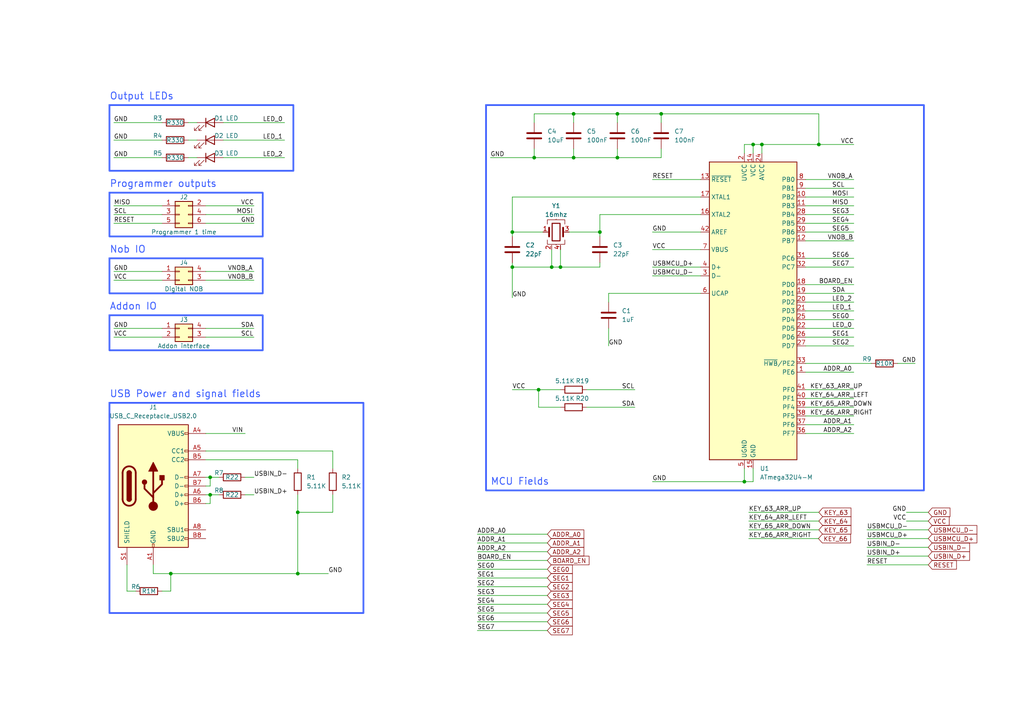
<source format=kicad_sch>
(kicad_sch (version 20230121) (generator eeschema)
  (paper "A4")
  (lib_symbols
    (symbol "Connector:USB_C_Receptacle_USB2.0" (pin_names (offset 1.016))
      (property "Reference" "J" (at -10.16 19.05 0))
      (property "Value" "USB_C_Receptacle_USB2.0" (at 19.05 19.05 0))
      (symbol "USB_C_Receptacle_USB2.0_0_0"
        (rectangle (start -0.254 -17.78) (end 0.254 -16.764))
        (rectangle (start 10.16 -14.986) (end 9.144 -15.494))
        (rectangle (start 10.16 -12.446) (end 9.144 -12.954))
        (rectangle (start 10.16 -4.826) (end 9.144 -5.334))
        (rectangle (start 10.16 -2.286) (end 9.144 -2.794))
        (rectangle (start 10.16 0.254) (end 9.144 -0.254))
        (rectangle (start 10.16 2.794) (end 9.144 2.286))
        (rectangle (start 10.16 7.874) (end 9.144 7.366))
        (rectangle (start 10.16 10.414) (end 9.144 9.906))
        (rectangle (start 10.16 15.494) (end 9.144 14.986))
      )
      (symbol "USB_C_Receptacle_USB2.0_0_1"
        (rectangle (start -10.16 17.78) (end 10.16 -17.78) (stroke (width 0.254)) (fill (type background)))
        (arc (start -8.89 -3.81) (mid -6.985 -5.7067) (end -5.08 -3.81) (stroke (width 0.508)))
        (arc (start -7.62 -3.81) (mid -6.985 -4.4423) (end -6.35 -3.81) (stroke (width 0.254)))
        (arc (start -7.62 -3.81) (mid -6.985 -4.4423) (end -6.35 -3.81) (stroke (width 0.254)) (fill (type outline)))
        (rectangle (start -7.62 -3.81) (end -6.35 3.81) (stroke (width 0.254)) (fill (type outline)))
        (arc (start -6.35 3.81) (mid -6.985 4.4423) (end -7.62 3.81) (stroke (width 0.254)))
        (arc (start -6.35 3.81) (mid -6.985 4.4423) (end -7.62 3.81) (stroke (width 0.254)) (fill (type outline)))
        (arc (start -5.08 3.81) (mid -6.985 5.7067) (end -8.89 3.81) (stroke (width 0.508)))
        (circle (center -2.54 1.143) (radius 0.635) (stroke (width 0.254)) (fill (type outline)))
        (circle (center 0 -5.842) (radius 1.27) (fill (type outline)))
        (polyline (pts (xy -8.89 -3.81) (xy -8.89 3.81)) (stroke (width 0.508)))
        (polyline (pts (xy -5.08 3.81) (xy -5.08 -3.81)) (stroke (width 0.508)))
        (polyline (pts (xy 0 -5.842) (xy 0 4.318)) (stroke (width 0.508)))
        (polyline (pts (xy 0 -3.302) (xy -2.54 -0.762) (xy -2.54 0.508)) (stroke (width 0.508)))
        (polyline (pts (xy 0 -2.032) (xy 2.54 0.508) (xy 2.54 1.778)) (stroke (width 0.508)))
        (polyline (pts (xy -1.27 4.318) (xy 0 6.858) (xy 1.27 4.318) (xy -1.27 4.318)) (stroke (width 0.254)) (fill (type outline)))
        (rectangle (start 1.905 1.778) (end 3.175 3.048) (stroke (width 0.254)) (fill (type outline)))
      )
      (symbol "USB_C_Receptacle_USB2.0_1_1"
        (pin passive line (at 0 -22.86 90) (length 5.08) (name "GND") (number "A1"))
        (pin passive line (at 0 -22.86 90) (length 5.08) hide (name "GND") (number "A12"))
        (pin passive line (at 15.24 15.24 180) (length 5.08) (name "VBUS") (number "A4"))
        (pin bidirectional line (at 15.24 10.16 180) (length 5.08) (name "CC1") (number "A5"))
        (pin bidirectional line (at 15.24 -2.54 180) (length 5.08) (name "D+") (number "A6"))
        (pin bidirectional line (at 15.24 2.54 180) (length 5.08) (name "D-") (number "A7"))
        (pin bidirectional line (at 15.24 -12.7 180) (length 5.08) (name "SBU1") (number "A8"))
        (pin passive line (at 15.24 15.24 180) (length 5.08) hide (name "VBUS") (number "A9"))
        (pin passive line (at 0 -22.86 90) (length 5.08) hide (name "GND") (number "B1"))
        (pin passive line (at 0 -22.86 90) (length 5.08) hide (name "GND") (number "B12"))
        (pin passive line (at 15.24 15.24 180) (length 5.08) hide (name "VBUS") (number "B4"))
        (pin bidirectional line (at 15.24 7.62 180) (length 5.08) (name "CC2") (number "B5"))
        (pin bidirectional line (at 15.24 -5.08 180) (length 5.08) (name "D+") (number "B6"))
        (pin bidirectional line (at 15.24 0 180) (length 5.08) (name "D-") (number "B7"))
        (pin bidirectional line (at 15.24 -15.24 180) (length 5.08) (name "SBU2") (number "B8"))
        (pin passive line (at 15.24 15.24 180) (length 5.08) hide (name "VBUS") (number "B9"))
        (pin passive line (at -7.62 -22.86 90) (length 5.08) (name "SHIELD") (number "S1"))
      )
    )
    (symbol "Connector_Generic:Conn_02x02_Counter_Clockwise" (pin_names (offset 1.016) hide)
      (property "Reference" "J" (at 1.27 2.54 0))
      (property "Value" "Conn_02x02_Counter_Clockwise" (at 1.27 -5.08 0))
      (symbol "Conn_02x02_Counter_Clockwise_1_1"
        (rectangle (start -1.27 -2.413) (end 0 -2.667) (stroke (width 0.1524)))
        (rectangle (start -1.27 0.127) (end 0 -0.127) (stroke (width 0.1524)))
        (rectangle (start -1.27 1.27) (end 3.81 -3.81) (stroke (width 0.254)) (fill (type background)))
        (rectangle (start 3.81 -2.413) (end 2.54 -2.667) (stroke (width 0.1524)))
        (rectangle (start 3.81 0.127) (end 2.54 -0.127) (stroke (width 0.1524)))
        (pin passive line (at -5.08 0 0) (length 3.81) (name "Pin_1") (number "1"))
        (pin passive line (at -5.08 -2.54 0) (length 3.81) (name "Pin_2") (number "2"))
        (pin passive line (at 7.62 -2.54 180) (length 3.81) (name "Pin_3") (number "3"))
        (pin passive line (at 7.62 0 180) (length 3.81) (name "Pin_4") (number "4"))
      )
    )
    (symbol "Connector_Generic:Conn_02x03_Odd_Even" (pin_names (offset 1.016) hide)
      (property "Reference" "J" (at 1.27 5.08 0))
      (property "Value" "Conn_02x03_Odd_Even" (at 1.27 -5.08 0))
      (symbol "Conn_02x03_Odd_Even_1_1"
        (rectangle (start -1.27 -2.413) (end 0 -2.667) (stroke (width 0.1524)))
        (rectangle (start -1.27 0.127) (end 0 -0.127) (stroke (width 0.1524)))
        (rectangle (start -1.27 2.667) (end 0 2.413) (stroke (width 0.1524)))
        (rectangle (start -1.27 3.81) (end 3.81 -3.81) (stroke (width 0.254)) (fill (type background)))
        (rectangle (start 3.81 -2.413) (end 2.54 -2.667) (stroke (width 0.1524)))
        (rectangle (start 3.81 0.127) (end 2.54 -0.127) (stroke (width 0.1524)))
        (rectangle (start 3.81 2.667) (end 2.54 2.413) (stroke (width 0.1524)))
        (pin passive line (at -5.08 2.54 0) (length 3.81) (name "Pin_1") (number "1"))
        (pin passive line (at 7.62 2.54 180) (length 3.81) (name "Pin_2") (number "2"))
        (pin passive line (at -5.08 0 0) (length 3.81) (name "Pin_3") (number "3"))
        (pin passive line (at 7.62 0 180) (length 3.81) (name "Pin_4") (number "4"))
        (pin passive line (at -5.08 -2.54 0) (length 3.81) (name "Pin_5") (number "5"))
        (pin passive line (at 7.62 -2.54 180) (length 3.81) (name "Pin_6") (number "6"))
      )
    )
    (symbol "Device:C" (pin_numbers hide) (pin_names (offset 0.254))
      (property "Reference" "C" (at 0.635 2.54 0))
      (property "Value" "C" (at 0.635 -2.54 0))
      (symbol "C_0_1"
        (polyline (pts (xy -2.032 -0.762) (xy 2.032 -0.762)) (stroke (width 0.508)))
        (polyline (pts (xy -2.032 0.762) (xy 2.032 0.762)) (stroke (width 0.508)))
      )
      (symbol "C_1_1"
        (pin passive line (at 0 3.81 270) (length 2.794) (name "~") (number "1"))
        (pin passive line (at 0 -3.81 90) (length 2.794) (name "~") (number "2"))
      )
    )
    (symbol "Device:Crystal_GND24" (pin_names (offset 1.016) hide)
      (property "Reference" "Y1" (at 11.43 4.1909 0))
      (property "Value" "Crystal_GND24" (at 11.43 1.6509 0))
      (symbol "Crystal_GND24_0_1"
        (rectangle (start -1.143 2.54) (end 1.143 -2.54) (stroke (width 0.3048)))
        (polyline (pts (xy -2.54 0) (xy -2.032 0)))
        (polyline (pts (xy -2.032 -1.27) (xy -2.032 1.27)) (stroke (width 0.508)))
        (polyline (pts (xy 0 -3.81) (xy 0 -3.556)))
        (polyline (pts (xy 0 3.556) (xy 0 3.81)))
        (polyline (pts (xy 2.032 -1.27) (xy 2.032 1.27)) (stroke (width 0.508)))
        (polyline (pts (xy 2.032 0) (xy 2.54 0)))
        (polyline (pts (xy -2.54 -2.286) (xy -2.54 -3.556) (xy 2.54 -3.556) (xy 2.54 -2.286)))
        (polyline (pts (xy -2.54 2.286) (xy -2.54 3.556) (xy 2.54 3.556) (xy 2.54 2.286)))
      )
      (symbol "Crystal_GND24_1_1"
        (pin passive line (at -3.81 0 0) (length 1.27) (name "1") (number "1"))
        (pin passive line (at -1.27 -5.08 90) (length 1.27) (name "2") (number "2"))
        (pin passive line (at 3.81 0 180) (length 1.27) (name "3") (number "3"))
        (pin passive line (at 1.27 -5.08 90) (length 1.27) (name "4") (number "4"))
      )
    )
    (symbol "Device:LED" (pin_numbers hide) (pin_names (offset 1.016) hide)
      (property "Reference" "D" (at 0 2.54 0))
      (property "Value" "LED" (at 0 -2.54 0))
      (symbol "LED_0_1"
        (polyline (pts (xy -1.27 -1.27) (xy -1.27 1.27)) (stroke (width 0.254)))
        (polyline (pts (xy -1.27 0) (xy 1.27 0)))
        (polyline (pts (xy 1.27 -1.27) (xy 1.27 1.27) (xy -1.27 0) (xy 1.27 -1.27)) (stroke (width 0.254)))
        (polyline (pts (xy -3.048 -0.762) (xy -4.572 -2.286) (xy -3.81 -2.286) (xy -4.572 -2.286) (xy -4.572 -1.524)))
        (polyline (pts (xy -1.778 -0.762) (xy -3.302 -2.286) (xy -2.54 -2.286) (xy -3.302 -2.286) (xy -3.302 -1.524)))
      )
      (symbol "LED_1_1"
        (pin passive line (at -3.81 0 0) (length 2.54) (name "K") (number "1"))
        (pin passive line (at 3.81 0 180) (length 2.54) (name "A") (number "2"))
      )
    )
    (symbol "Device:R" (pin_numbers hide) (pin_names (offset 0))
      (property "Reference" "R" (at 2.032 0 90))
      (property "Value" "R" (at 0 0 90))
      (symbol "R_0_1"
        (rectangle (start -1.016 -2.54) (end 1.016 2.54) (stroke (width 0.254)))
      )
      (symbol "R_1_1"
        (pin passive line (at 0 3.81 270) (length 1.27) (name "~") (number "1"))
        (pin passive line (at 0 -3.81 90) (length 1.27) (name "~") (number "2"))
      )
    )
    (symbol "MCU_Microchip_ATmega:ATmega32U4-M"
      (property "Reference" "U" (at -12.7 44.45 0))
      (property "Value" "ATmega32U4-M" (at 2.54 -44.45 0))
      (symbol "ATmega32U4-M_0_1"
        (rectangle (start -12.7 -43.18) (end 12.7 43.18) (stroke (width 0.254)) (fill (type background)))
      )
      (symbol "ATmega32U4-M_1_1"
        (pin bidirectional line (at 15.24 -17.78 180) (length 2.54) (name "PE6") (number "1"))
        (pin bidirectional line (at 15.24 33.02 180) (length 2.54) (name "PB2") (number "10"))
        (pin bidirectional line (at 15.24 30.48 180) (length 2.54) (name "PB3") (number "11"))
        (pin bidirectional line (at 15.24 20.32 180) (length 2.54) (name "PB7") (number "12"))
        (pin input line (at -15.24 38.1 0) (length 2.54) (name "~{RESET}") (number "13"))
        (pin power_in line (at 0 45.72 270) (length 2.54) (name "VCC") (number "14"))
        (pin power_in line (at 0 -45.72 90) (length 2.54) (name "GND") (number "15"))
        (pin output line (at -15.24 27.94 0) (length 2.54) (name "XTAL2") (number "16"))
        (pin input line (at -15.24 33.02 0) (length 2.54) (name "XTAL1") (number "17"))
        (pin bidirectional line (at 15.24 7.62 180) (length 2.54) (name "PD0") (number "18"))
        (pin bidirectional line (at 15.24 5.08 180) (length 2.54) (name "PD1") (number "19"))
        (pin power_in line (at -2.54 45.72 270) (length 2.54) (name "UVCC") (number "2"))
        (pin bidirectional line (at 15.24 2.54 180) (length 2.54) (name "PD2") (number "20"))
        (pin bidirectional line (at 15.24 0 180) (length 2.54) (name "PD3") (number "21"))
        (pin bidirectional line (at 15.24 -5.08 180) (length 2.54) (name "PD5") (number "22"))
        (pin passive line (at 0 -45.72 90) (length 2.54) hide (name "GND") (number "23"))
        (pin power_in line (at 2.54 45.72 270) (length 2.54) (name "AVCC") (number "24"))
        (pin bidirectional line (at 15.24 -2.54 180) (length 2.54) (name "PD4") (number "25"))
        (pin bidirectional line (at 15.24 -7.62 180) (length 2.54) (name "PD6") (number "26"))
        (pin bidirectional line (at 15.24 -10.16 180) (length 2.54) (name "PD7") (number "27"))
        (pin bidirectional line (at 15.24 27.94 180) (length 2.54) (name "PB4") (number "28"))
        (pin bidirectional line (at 15.24 25.4 180) (length 2.54) (name "PB5") (number "29"))
        (pin bidirectional line (at -15.24 10.16 0) (length 2.54) (name "D-") (number "3"))
        (pin bidirectional line (at 15.24 22.86 180) (length 2.54) (name "PB6") (number "30"))
        (pin bidirectional line (at 15.24 15.24 180) (length 2.54) (name "PC6") (number "31"))
        (pin bidirectional line (at 15.24 12.7 180) (length 2.54) (name "PC7") (number "32"))
        (pin bidirectional line (at 15.24 -15.24 180) (length 2.54) (name "~{HWB}/PE2") (number "33"))
        (pin passive line (at 0 45.72 270) (length 2.54) hide (name "VCC") (number "34"))
        (pin passive line (at 0 -45.72 90) (length 2.54) hide (name "GND") (number "35"))
        (pin bidirectional line (at 15.24 -35.56 180) (length 2.54) (name "PF7") (number "36"))
        (pin bidirectional line (at 15.24 -33.02 180) (length 2.54) (name "PF6") (number "37"))
        (pin bidirectional line (at 15.24 -30.48 180) (length 2.54) (name "PF5") (number "38"))
        (pin bidirectional line (at 15.24 -27.94 180) (length 2.54) (name "PF4") (number "39"))
        (pin bidirectional line (at -15.24 12.7 0) (length 2.54) (name "D+") (number "4"))
        (pin bidirectional line (at 15.24 -25.4 180) (length 2.54) (name "PF1") (number "40"))
        (pin bidirectional line (at 15.24 -22.86 180) (length 2.54) (name "PF0") (number "41"))
        (pin passive line (at -15.24 22.86 0) (length 2.54) (name "AREF") (number "42"))
        (pin passive line (at 0 -45.72 90) (length 2.54) hide (name "GND") (number "43"))
        (pin passive line (at 2.54 45.72 270) (length 2.54) hide (name "AVCC") (number "44"))
        (pin passive line (at 0 -45.72 90) (length 2.54) hide (name "GND") (number "45"))
        (pin passive line (at -2.54 -45.72 90) (length 2.54) (name "UGND") (number "5"))
        (pin passive line (at -15.24 5.08 0) (length 2.54) (name "UCAP") (number "6"))
        (pin input line (at -15.24 17.78 0) (length 2.54) (name "VBUS") (number "7"))
        (pin bidirectional line (at 15.24 38.1 180) (length 2.54) (name "PB0") (number "8"))
        (pin bidirectional line (at 15.24 35.56 180) (length 2.54) (name "PB1") (number "9"))
      )
    )
  )
  (junction (at 166.37 33.02))
  (junction (at 179.07 33.02))
  (junction (at 148.59 67.31))
  (junction (at 86.36 166.37))
  (junction (at 60.96 143.51))
  (junction (at 156.21 113.03))
  (junction (at 162.56 77.47))
  (junction (at 179.07 45.72))
  (junction (at 86.36 148.59))
  (junction (at 60.96 138.43))
  (junction (at 215.9 139.7))
  (junction (at 154.94 45.72))
  (junction (at 220.98 41.91))
  (junction (at 148.59 77.47))
  (junction (at 218.44 41.91))
  (junction (at 49.53 166.37))
  (junction (at 166.37 45.72))
  (junction (at 173.99 67.31))
  (junction (at 191.77 33.02))
  (junction (at 160.02 77.47))
  (junction (at 237.49 41.91))
  (wire (pts (xy 179.07 43.18) (xy 179.07 45.72)))
  (wire (pts (xy 46.99 171.45) (xy 49.53 171.45)))
  (wire (pts (xy 233.68 85.09) (xy 247.65 85.09)))
  (wire (pts (xy 233.68 95.25) (xy 247.65 95.25)))
  (wire (pts (xy 86.36 148.59) (xy 86.36 166.37)))
  (wire (pts (xy 237.49 33.02) (xy 237.49 41.91)))
  (wire (pts (xy 148.59 77.47) (xy 148.59 76.2)))
  (wire (pts (xy 260.35 105.41) (xy 265.43 105.41)))
  (wire (pts (xy 189.23 72.39) (xy 203.2 72.39)))
  (wire (pts (xy 33.02 97.79) (xy 46.99 97.79)))
  (wire (pts (xy 138.43 170.18) (xy 158.75 170.18)))
  (wire (pts (xy 166.37 33.02) (xy 179.07 33.02)))
  (wire (pts (xy 179.07 35.56) (xy 179.07 33.02)))
  (wire (pts (xy 191.77 43.18) (xy 191.77 45.72)))
  (wire (pts (xy 233.68 59.69) (xy 247.65 59.69)))
  (wire (pts (xy 215.9 41.91) (xy 218.44 41.91)))
  (wire (pts (xy 215.9 44.45) (xy 215.9 41.91)))
  (wire (pts (xy 233.68 52.07) (xy 247.65 52.07)))
  (wire (pts (xy 189.23 67.31) (xy 203.2 67.31)))
  (wire (pts (xy 54.61 35.56) (xy 57.15 35.56)))
  (wire (pts (xy 269.24 153.67) (xy 251.46 153.67)))
  (wire (pts (xy 138.43 177.8) (xy 158.75 177.8)))
  (wire (pts (xy 218.44 135.89) (xy 218.44 139.7)))
  (wire (pts (xy 33.02 59.69) (xy 46.99 59.69)))
  (wire (pts (xy 96.52 130.81) (xy 96.52 135.89)))
  (wire (pts (xy 138.43 162.56) (xy 158.75 162.56)))
  (wire (pts (xy 233.68 67.31) (xy 247.65 67.31)))
  (wire (pts (xy 233.68 57.15) (xy 247.65 57.15)))
  (wire (pts (xy 154.94 45.72) (xy 166.37 45.72)))
  (wire (pts (xy 148.59 77.47) (xy 148.59 86.36)))
  (wire (pts (xy 176.53 95.25) (xy 176.53 100.33)))
  (wire (pts (xy 233.68 87.63) (xy 247.65 87.63)))
  (wire (pts (xy 191.77 35.56) (xy 191.77 33.02)))
  (wire (pts (xy 156.21 113.03) (xy 162.56 113.03)))
  (wire (pts (xy 233.68 118.11) (xy 247.65 118.11)))
  (wire (pts (xy 220.98 41.91) (xy 237.49 41.91)))
  (wire (pts (xy 269.24 151.13) (xy 262.89 151.13)))
  (wire (pts (xy 179.07 45.72) (xy 191.77 45.72)))
  (wire (pts (xy 233.68 92.71) (xy 247.65 92.71)))
  (wire (pts (xy 233.68 107.95) (xy 247.65 107.95)))
  (wire (pts (xy 54.61 45.72) (xy 57.15 45.72)))
  (wire (pts (xy 218.44 139.7) (xy 215.9 139.7)))
  (wire (pts (xy 59.69 140.97) (xy 60.96 140.97)))
  (wire (pts (xy 44.45 166.37) (xy 49.53 166.37)))
  (wire (pts (xy 60.96 143.51) (xy 63.5 143.51)))
  (wire (pts (xy 59.69 138.43) (xy 60.96 138.43)))
  (wire (pts (xy 233.68 69.85) (xy 247.65 69.85)))
  (wire (pts (xy 166.37 35.56) (xy 166.37 33.02)))
  (wire (pts (xy 233.68 97.79) (xy 247.65 97.79)))
  (wire (pts (xy 217.17 153.67) (xy 237.49 153.67)))
  (wire (pts (xy 59.69 143.51) (xy 60.96 143.51)))
  (wire (pts (xy 142.24 45.72) (xy 154.94 45.72)))
  (wire (pts (xy 59.69 130.81) (xy 96.52 130.81)))
  (wire (pts (xy 173.99 77.47) (xy 173.99 76.2)))
  (wire (pts (xy 179.07 33.02) (xy 191.77 33.02)))
  (wire (pts (xy 59.69 81.28) (xy 73.66 81.28)))
  (wire (pts (xy 148.59 67.31) (xy 157.48 67.31)))
  (wire (pts (xy 154.94 35.56) (xy 154.94 33.02)))
  (wire (pts (xy 233.68 105.41) (xy 252.73 105.41)))
  (wire (pts (xy 189.23 52.07) (xy 203.2 52.07)))
  (wire (pts (xy 86.36 166.37) (xy 95.25 166.37)))
  (wire (pts (xy 33.02 95.25) (xy 46.99 95.25)))
  (wire (pts (xy 173.99 62.23) (xy 203.2 62.23)))
  (wire (pts (xy 71.12 143.51) (xy 73.66 143.51)))
  (wire (pts (xy 269.24 161.29) (xy 251.46 161.29)))
  (wire (pts (xy 44.45 163.83) (xy 44.45 166.37)))
  (wire (pts (xy 138.43 175.26) (xy 158.75 175.26)))
  (wire (pts (xy 251.46 163.83) (xy 269.24 163.83)))
  (wire (pts (xy 33.02 35.56) (xy 46.99 35.56)))
  (wire (pts (xy 156.21 118.11) (xy 156.21 113.03)))
  (wire (pts (xy 170.18 113.03) (xy 184.15 113.03)))
  (wire (pts (xy 64.77 40.64) (xy 82.55 40.64)))
  (wire (pts (xy 166.37 45.72) (xy 179.07 45.72)))
  (wire (pts (xy 33.02 81.28) (xy 46.99 81.28)))
  (wire (pts (xy 233.68 74.93) (xy 247.65 74.93)))
  (wire (pts (xy 217.17 148.59) (xy 237.49 148.59)))
  (wire (pts (xy 170.18 118.11) (xy 184.15 118.11)))
  (wire (pts (xy 60.96 138.43) (xy 63.5 138.43)))
  (wire (pts (xy 138.43 160.02) (xy 158.75 160.02)))
  (wire (pts (xy 233.68 82.55) (xy 247.65 82.55)))
  (wire (pts (xy 233.68 113.03) (xy 247.65 113.03)))
  (wire (pts (xy 233.68 125.73) (xy 247.65 125.73)))
  (wire (pts (xy 233.68 62.23) (xy 247.65 62.23)))
  (wire (pts (xy 176.53 85.09) (xy 203.2 85.09)))
  (wire (pts (xy 138.43 182.88) (xy 158.75 182.88)))
  (wire (pts (xy 166.37 43.18) (xy 166.37 45.72)))
  (wire (pts (xy 59.69 64.77) (xy 73.66 64.77)))
  (wire (pts (xy 233.68 90.17) (xy 247.65 90.17)))
  (wire (pts (xy 189.23 80.01) (xy 203.2 80.01)))
  (wire (pts (xy 233.68 64.77) (xy 247.65 64.77)))
  (wire (pts (xy 64.77 45.72) (xy 82.55 45.72)))
  (wire (pts (xy 269.24 148.59) (xy 262.89 148.59)))
  (wire (pts (xy 59.69 146.05) (xy 60.96 146.05)))
  (wire (pts (xy 162.56 118.11) (xy 156.21 118.11)))
  (wire (pts (xy 251.46 158.75) (xy 269.24 158.75)))
  (wire (pts (xy 33.02 45.72) (xy 46.99 45.72)))
  (wire (pts (xy 59.69 59.69) (xy 73.66 59.69)))
  (wire (pts (xy 148.59 68.58) (xy 148.59 67.31)))
  (wire (pts (xy 33.02 64.77) (xy 46.99 64.77)))
  (wire (pts (xy 148.59 113.03) (xy 156.21 113.03)))
  (wire (pts (xy 233.68 100.33) (xy 247.65 100.33)))
  (wire (pts (xy 60.96 146.05) (xy 60.96 143.51)))
  (wire (pts (xy 218.44 41.91) (xy 220.98 41.91)))
  (wire (pts (xy 173.99 68.58) (xy 173.99 67.31)))
  (wire (pts (xy 59.69 133.35) (xy 86.36 133.35)))
  (wire (pts (xy 269.24 156.21) (xy 251.46 156.21)))
  (wire (pts (xy 138.43 157.48) (xy 158.75 157.48)))
  (wire (pts (xy 86.36 133.35) (xy 86.36 135.89)))
  (wire (pts (xy 173.99 67.31) (xy 173.99 62.23)))
  (wire (pts (xy 71.12 138.43) (xy 73.66 138.43)))
  (wire (pts (xy 54.61 40.64) (xy 57.15 40.64)))
  (wire (pts (xy 233.68 77.47) (xy 247.65 77.47)))
  (wire (pts (xy 215.9 135.89) (xy 215.9 139.7)))
  (wire (pts (xy 96.52 148.59) (xy 86.36 148.59)))
  (wire (pts (xy 162.56 77.47) (xy 173.99 77.47)))
  (wire (pts (xy 154.94 43.18) (xy 154.94 45.72)))
  (wire (pts (xy 60.96 140.97) (xy 60.96 138.43)))
  (wire (pts (xy 220.98 44.45) (xy 220.98 41.91)))
  (wire (pts (xy 176.53 87.63) (xy 176.53 85.09)))
  (wire (pts (xy 189.23 139.7) (xy 215.9 139.7)))
  (wire (pts (xy 191.77 33.02) (xy 237.49 33.02)))
  (wire (pts (xy 59.69 78.74) (xy 73.66 78.74)))
  (wire (pts (xy 96.52 143.51) (xy 96.52 148.59)))
  (wire (pts (xy 218.44 44.45) (xy 218.44 41.91)))
  (wire (pts (xy 233.68 115.57) (xy 247.65 115.57)))
  (wire (pts (xy 138.43 167.64) (xy 158.75 167.64)))
  (wire (pts (xy 148.59 77.47) (xy 160.02 77.47)))
  (wire (pts (xy 160.02 72.39) (xy 160.02 77.47)))
  (wire (pts (xy 233.68 123.19) (xy 247.65 123.19)))
  (wire (pts (xy 160.02 77.47) (xy 162.56 77.47)))
  (wire (pts (xy 138.43 154.94) (xy 158.75 154.94)))
  (wire (pts (xy 86.36 143.51) (xy 86.36 148.59)))
  (wire (pts (xy 237.49 41.91) (xy 247.65 41.91)))
  (wire (pts (xy 36.83 163.83) (xy 36.83 171.45)))
  (wire (pts (xy 33.02 40.64) (xy 46.99 40.64)))
  (wire (pts (xy 138.43 180.34) (xy 158.75 180.34)))
  (wire (pts (xy 189.23 77.47) (xy 203.2 77.47)))
  (wire (pts (xy 233.68 120.65) (xy 247.65 120.65)))
  (wire (pts (xy 148.59 67.31) (xy 148.59 57.15)))
  (wire (pts (xy 49.53 171.45) (xy 49.53 166.37)))
  (wire (pts (xy 217.17 151.13) (xy 237.49 151.13)))
  (wire (pts (xy 148.59 57.15) (xy 203.2 57.15)))
  (wire (pts (xy 138.43 165.1) (xy 158.75 165.1)))
  (wire (pts (xy 59.69 97.79) (xy 73.66 97.79)))
  (wire (pts (xy 138.43 172.72) (xy 158.75 172.72)))
  (wire (pts (xy 59.69 125.73) (xy 71.12 125.73)))
  (wire (pts (xy 233.68 54.61) (xy 247.65 54.61)))
  (wire (pts (xy 64.77 35.56) (xy 82.55 35.56)))
  (wire (pts (xy 165.1 67.31) (xy 173.99 67.31)))
  (wire (pts (xy 33.02 78.74) (xy 46.99 78.74)))
  (wire (pts (xy 59.69 95.25) (xy 73.66 95.25)))
  (wire (pts (xy 217.17 156.21) (xy 237.49 156.21)))
  (wire (pts (xy 49.53 166.37) (xy 86.36 166.37)))
  (wire (pts (xy 33.02 62.23) (xy 46.99 62.23)))
  (wire (pts (xy 162.56 72.39) (xy 162.56 77.47)))
  (wire (pts (xy 154.94 33.02) (xy 166.37 33.02)))
  (wire (pts (xy 59.69 62.23) (xy 73.66 62.23)))
  (wire (pts (xy 36.83 171.45) (xy 39.37 171.45)))
  (rectangle (start 31.75 74.93) (end 76.2 85.09) (stroke (width 0.5) (color 59 93 255 1)))
  (rectangle (start 31.75 91.44) (end 76.2 101.6) (stroke (width 0.5) (color 59 93 255 1)))
  (rectangle (start 31.75 116.84) (end 105.41 177.8) (stroke (width 0.5) (color 59 93 255 1)))
  (rectangle (start 31.75 30.48) (end 85.09 49.53) (stroke (width 0.5) (color 59 93 255 1)))
  (rectangle (start 31.75 55.88) (end 76.2 68.58) (stroke (width 0.5) (color 59 93 255 1)))
  (rectangle (start 140.97 30.48) (end 267.97 142.24) (stroke (width 0.5) (color 59 93 255 1)))
  (text "MCU Fields" (at 142.24 140.97 0) (effects (font (size 2 2) (thickness 0.254) bold) (justify left bottom)))
  (text "Programmer outputs" (at 31.75 54.61 0) (effects (font (size 2 2) (thickness 0.254) bold) (justify left bottom)))
  (text "Nob IO" (at 31.75 73.66 0) (effects (font (size 2 2) (thickness 0.254) bold) (justify left bottom)))
  (text "USB Power and signal fields" (at 31.75 115.57 0) (effects (font (size 2 2) (thickness 0.254) bold) (justify left bottom)))
  (text "Output LEDs" (at 31.75 29.21 0) (effects (font (size 2 2) (thickness 0.254) bold) (justify left bottom)))
  (text "Addon IO" (at 31.75 90.17 0) (effects (font (size 2 2) (thickness 0.254) bold) (justify left bottom)))
  (label "GND" (at 189.23 139.7 0))
  (label "VCC" (at 33.02 97.79 0))
  (label "VNOB_A" (at 66.04 78.74 0))
  (label "SEG1" (at 241.3 97.79 0))
  (label "MOSI" (at 68.58 62.23 0))
  (label "KEY_63_ARR_UP" (at 217.17 148.59 0))
  (label "SDA" (at 69.85 95.25 0))
  (label "BOARD_EN" (at 237.49 82.55 0))
  (label "ADDR_A0" (at 138.43 154.94 0))
  (label "GND" (at 33.02 95.25 0))
  (label "VCC" (at 33.02 81.28 0))
  (label "GND" (at 148.59 86.36 0))
  (label "KEY_64_ARR_LEFT" (at 217.17 151.13 0))
  (label "SEG2" (at 241.3 100.33 0))
  (label "USBIN_D-" (at 73.66 138.43 0))
  (label "VNOB_B" (at 66.04 81.28 0))
  (label "RESET" (at 33.02 64.77 0))
  (label "VCC" (at 148.59 113.03 0))
  (label "SEG6" (at 241.3 74.93 0))
  (label "GND" (at 95.25 166.37 0))
  (label "USBMCU_D-" (at 251.46 153.67 0))
  (label "GND" (at 142.24 45.72 0))
  (label "GND" (at 189.23 67.31 0))
  (label "SEG7" (at 241.3 77.47 0))
  (label "RESET" (at 251.46 163.83 0))
  (label "ADDR_A2" (at 238.76 125.73 0))
  (label "KEY_63_ARR_UP" (at 234.95 113.03 0))
  (label "VCC" (at 189.23 72.39 0))
  (label "SEG3" (at 138.43 172.72 0))
  (label "ADDR_A2" (at 138.43 160.02 0))
  (label "KEY_65_ARR_DOWN" (at 234.95 118.11 0))
  (label "SEG7" (at 138.43 182.88 0))
  (label "MISO" (at 33.02 59.69 0))
  (label "USBIN_D+" (at 251.46 161.29 0))
  (label "SDA" (at 180.34 118.11 0))
  (label "MISO" (at 241.3 59.69 0))
  (label "SCL" (at 241.3 54.61 0))
  (label "VCC" (at 69.85 59.69 0))
  (label "VIN" (at 67.31 125.73 0))
  (label "GND" (at 261.62 105.41 0))
  (label "LED_2" (at 241.3 87.63 0))
  (label "SEG5" (at 241.3 67.31 0))
  (label "SCL" (at 180.34 113.03 0))
  (label "USBIN_D-" (at 251.46 158.75 0))
  (label "GND" (at 33.02 35.56 0))
  (label "VCC" (at 262.89 151.13 180))
  (label "RESET" (at 189.23 52.07 0))
  (label "GND" (at 33.02 78.74 0))
  (label "KEY_66_ARR_RIGHT" (at 217.17 156.21 0))
  (label "USBMCU_D-" (at 189.23 80.01 0))
  (label "MOSI" (at 241.3 57.15 0))
  (label "LED_1" (at 241.3 90.17 0))
  (label "ADDR_A1" (at 138.43 157.48 0))
  (label "ADDR_A1" (at 238.76 123.19 0))
  (label "GND" (at 69.85 64.77 0))
  (label "VCC" (at 243.84 41.91 0))
  (label "GND" (at 262.89 148.59 180))
  (label "KEY_66_ARR_RIGHT" (at 234.95 120.65 0))
  (label "SCL" (at 69.85 97.79 0))
  (label "BOARD_EN" (at 138.43 162.56 0))
  (label "LED_0" (at 76.2 35.56 0))
  (label "LED_1" (at 76.2 40.64 0))
  (label "SEG5" (at 138.43 177.8 0))
  (label "ADDR_A0" (at 238.76 107.95 0))
  (label "LED_2" (at 76.2 45.72 0))
  (label "GND" (at 33.02 45.72 0))
  (label "USBMCU_D+" (at 189.23 77.47 0))
  (label "GND" (at 33.02 40.64 0))
  (label "SDA" (at 241.3 85.09 0))
  (label "VNOB_B" (at 240.03 69.85 0))
  (label "SEG4" (at 241.3 64.77 0))
  (label "USBIN_D+" (at 73.66 143.51 0))
  (label "SEG0" (at 138.43 165.1 0))
  (label "USBMCU_D+" (at 251.46 156.21 0))
  (label "VNOB_A" (at 240.03 52.07 0))
  (label "LED_0" (at 241.3 95.25 0))
  (label "SEG2" (at 138.43 170.18 0))
  (label "SCL" (at 33.02 62.23 0))
  (label "KEY_65_ARR_DOWN" (at 217.17 153.67 0))
  (label "SEG0" (at 241.3 92.71 0))
  (label "SEG3" (at 241.3 62.23 0))
  (label "SEG6" (at 138.43 180.34 0))
  (label "SEG4" (at 138.43 175.26 0))
  (label "KEY_64_ARR_LEFT" (at 234.95 115.57 0))
  (label "GND" (at 176.53 100.33 0))
  (label "SEG1" (at 138.43 167.64 0))
  (global_label "ADDR_A1" (shape input) (at 158.75 157.48 0) (property "Intersheetrefs" "${INTERSHEET_REFS}" (effects hide)))
  (global_label "ADDR_A0" (shape input) (at 158.75 154.94 0) (property "Intersheetrefs" "${INTERSHEET_REFS}" (effects hide)))
  (global_label "SEG4" (shape input) (at 158.75 175.26 0) (property "Intersheetrefs" "${INTERSHEET_REFS}" (effects hide)))
  (global_label "KEY_63" (shape input) (at 237.49 148.59 0) (property "Intersheetrefs" "${INTERSHEET_REFS}" (effects hide)))
  (global_label "USBMCU_D+" (shape input) (at 269.24 156.21 0) (property "Intersheetrefs" "${INTERSHEET_REFS}" (effects hide)))
  (global_label "SEG7" (shape input) (at 158.75 182.88 0) (property "Intersheetrefs" "${INTERSHEET_REFS}" (effects hide)))
  (global_label "ADDR_A2" (shape input) (at 158.75 160.02 0) (property "Intersheetrefs" "${INTERSHEET_REFS}" (effects hide)))
  (global_label "USBIN_D+" (shape input) (at 269.24 161.29 0) (property "Intersheetrefs" "${INTERSHEET_REFS}" (effects hide)))
  (global_label "SEG2" (shape input) (at 158.75 170.18 0) (property "Intersheetrefs" "${INTERSHEET_REFS}" (effects hide)))
  (global_label "VCC" (shape input) (at 269.24 151.13 0) (property "Intersheetrefs" "${INTERSHEET_REFS}" (effects hide)))
  (global_label "RESET" (shape input) (at 269.24 163.83 0) (property "Intersheetrefs" "${INTERSHEET_REFS}" (effects hide)))
  (global_label "USBIN_D-" (shape input) (at 269.24 158.75 0) (property "Intersheetrefs" "${INTERSHEET_REFS}" (effects hide)))
  (global_label "KEY_65" (shape input) (at 237.49 153.67 0) (property "Intersheetrefs" "${INTERSHEET_REFS}" (effects hide)))
  (global_label "SEG5" (shape input) (at 158.75 177.8 0) (property "Intersheetrefs" "${INTERSHEET_REFS}" (effects hide)))
  (global_label "SEG3" (shape input) (at 158.75 172.72 0) (property "Intersheetrefs" "${INTERSHEET_REFS}" (effects hide)))
  (global_label "USBMCU_D-" (shape input) (at 269.24 153.67 0) (property "Intersheetrefs" "${INTERSHEET_REFS}" (effects hide)))
  (global_label "KEY_64" (shape input) (at 237.49 151.13 0) (property "Intersheetrefs" "${INTERSHEET_REFS}" (effects hide)))
  (global_label "SEG1" (shape input) (at 158.75 167.64 0) (property "Intersheetrefs" "${INTERSHEET_REFS}" (effects hide)))
  (global_label "BOARD_EN" (shape input) (at 158.75 162.56 0) (property "Intersheetrefs" "${INTERSHEET_REFS}" (effects hide)))
  (global_label "SEG6" (shape input) (at 158.75 180.34 0) (property "Intersheetrefs" "${INTERSHEET_REFS}" (effects hide)))
  (global_label "SEG0" (shape input) (at 158.75 165.1 0) (property "Intersheetrefs" "${INTERSHEET_REFS}" (effects hide)))
  (global_label "KEY_66" (shape input) (at 237.3801 156.21 0) (property "Intersheetrefs" "${INTERSHEET_REFS}" (effects hide)))
  (global_label "GND" (shape input) (at 269.24 148.59 0) (property "Intersheetrefs" "${INTERSHEET_REFS}" (effects hide)))
  (symbol (lib_id "Device:R") (at 86.36 139.7 0) (unit 1)
    (property "Reference" "R1" (at 88.9 138.43 0) (effects (justify left)))
    (property "Value" "5.11K" (at 88.9 140.97 0) (effects (justify left)))
    (property "Footprint" "Resistor_SMD:R_0402_1005Metric" (effects hide))
  )
  (symbol (lib_id "Connector_Generic:Conn_02x03_Odd_Even") (at 52.07 62.23 0) (unit 1)
    (property "Reference" "J2" (at 53.34 57.15 0))
    (property "Value" "Programmer 1 time" (at 53.34 67.31 0))
    (property "Footprint" "Connector_PinHeader_2.54mm:PinHeader_2x03_P2.54mm_Vertical" (effects hide))
  )
  (symbol (lib_id "Device:R") (at 166.37 113.03 90) (unit 1)
    (property "Reference" "R19" (at 168.91 110.49 90))
    (property "Value" "5.11K" (at 163.83 110.49 90))
    (property "Footprint" "Resistor_SMD:R_0402_1005Metric" (effects hide))
  )
  (symbol (lib_id "Device:LED") (at 60.96 35.56 0) (unit 1)
    (property "Reference" "D1" (at 63.5 34.29 0))
    (property "Value" "LED" (at 67.31 34.29 0))
    (property "Footprint" "LED_THT:LED_D3.0mm_Clear" (effects hide))
  )
  (symbol (lib_id "Device:C") (at 191.77 39.37 0) (unit 1)
    (property "Reference" "C7" (at 195.58 38.1 0) (effects (justify left)))
    (property "Value" "100nF" (at 195.58 40.64 0) (effects (justify left)))
    (property "Footprint" "Capacitor_SMD:C_0402_1005Metric" (effects hide))
  )
  (symbol (lib_id "Device:R") (at 50.8 40.64 90) (unit 1)
    (property "Reference" "R4" (at 45.72 39.37 90))
    (property "Value" "R330" (at 50.8 40.64 90))
    (property "Footprint" "Resistor_SMD:R_0402_1005Metric" (effects hide))
  )
  (symbol (lib_id "Device:R") (at 166.37 118.11 90) (unit 1)
    (property "Reference" "R20" (at 168.91 115.57 90))
    (property "Value" "5.11K" (at 163.83 115.57 90))
    (property "Footprint" "Resistor_SMD:R_0402_1005Metric" (effects hide))
  )
  (symbol (lib_id "Device:C") (at 154.94 39.37 0) (unit 1)
    (property "Reference" "C4" (at 158.75 38.1 0) (effects (justify left)))
    (property "Value" "10uF" (at 158.75 40.64 0) (effects (justify left)))
    (property "Footprint" "Capacitor_SMD:C_0402_1005Metric" (effects hide))
  )
  (symbol (lib_id "Device:C") (at 166.37 39.37 0) (unit 1)
    (property "Reference" "C5" (at 170.18 38.1 0) (effects (justify left)))
    (property "Value" "100nF" (at 170.18 40.64 0) (effects (justify left)))
    (property "Footprint" "Capacitor_SMD:C_0402_1005Metric" (effects hide))
  )
  (symbol (lib_id "Connector_Generic:Conn_02x02_Counter_Clockwise") (at 52.07 95.25 0) (unit 1)
    (property "Reference" "J3" (at 53.34 92.71 0))
    (property "Value" "Addon interface" (at 53.34 100.33 0))
    (property "Footprint" "Connector_PinHeader_2.54mm:PinHeader_1x04_P2.54mm_Vertical" (effects hide))
  )
  (symbol (lib_id "Connector:USB_C_Receptacle_USB2.0") (at 44.45 140.97 0) (unit 1)
    (property "Reference" "J1" (at 44.45 118.11 0))
    (property "Value" "USB_C_Receptacle_USB2.0" (at 44.45 120.65 0))
    (property "Footprint" "Connector_USB:USB_C_Receptacle_G-Switch_GT-USB-7010ASV" (effects hide))
    (property "Datasheet" "https://www.usb.org/sites/default/files/documents/usb_type-c.zip" (effects hide))
  )
  (symbol (lib_id "Device:LED") (at 60.96 40.64 0) (unit 1)
    (property "Reference" "D2" (at 63.5 39.37 0))
    (property "Value" "LED" (at 67.31 39.37 0))
    (property "Footprint" "LED_THT:LED_D3.0mm_Clear" (effects hide))
  )
  (symbol (lib_id "Device:C") (at 179.07 39.37 0) (unit 1)
    (property "Reference" "C6" (at 182.88 38.1 0) (effects (justify left)))
    (property "Value" "100nF" (at 182.88 40.64 0) (effects (justify left)))
    (property "Footprint" "Capacitor_SMD:C_0402_1005Metric" (effects hide))
  )
  (symbol (lib_id "Device:LED") (at 60.96 45.72 0) (unit 1)
    (property "Reference" "D3" (at 63.5 44.45 0))
    (property "Value" "LED" (at 67.31 44.45 0))
    (property "Footprint" "LED_THT:LED_D3.0mm_Clear" (effects hide))
  )
  (symbol (lib_id "MCU_Microchip_ATmega:ATmega32U4-M") (at 218.44 90.17 0) (unit 1)
    (property "Reference" "U1" (at 220.3959 135.89 0) (effects (justify left)))
    (property "Value" "ATmega32U4-M" (at 220.3959 138.43 0) (effects (justify left)))
    (property "Footprint" "Package_DFN_QFN:QFN-44-1EP_7x7mm_P0.5mm_EP5.2x5.2mm" (effects hide))
    (property "Datasheet" "http://ww1.microchip.com/downloads/en/DeviceDoc/Atmel-7766-8-bit-AVR-ATmega16U4-32U4_Datasheet.pdf" (effects hide))
  )
  (symbol (lib_id "Device:Crystal_GND24") (at 161.29 67.31 0) (unit 1)
    (property "Reference" "Y1" (at 161.29 59.69 0))
    (property "Value" "16mhz" (at 161.29 62.23 0))
    (property "Footprint" "Crystal_SMD_7F16000E09UCG_4pin:Crystal_SMD_7F16000E09UCG_4pin" (effects hide))
  )
  (symbol (lib_id "Device:R") (at 50.8 35.56 90) (unit 1)
    (property "Reference" "R3" (at 45.72 34.29 90))
    (property "Value" "R330" (at 50.8 35.56 90))
    (property "Footprint" "Resistor_SMD:R_0402_1005Metric" (effects hide))
  )
  (symbol (lib_id "Device:R") (at 43.18 171.45 90) (unit 1)
    (property "Reference" "R6" (at 39.37 170.18 90))
    (property "Value" "R1M" (at 43.18 171.45 90))
    (property "Footprint" "Resistor_SMD:R_0603_1608Metric" (effects hide))
  )
  (symbol (lib_id "Device:C") (at 148.59 72.39 0) (unit 1)
    (property "Reference" "C2" (at 152.4 71.12 0) (effects (justify left)))
    (property "Value" "22pF" (at 152.4 73.66 0) (effects (justify left)))
    (property "Footprint" "Capacitor_SMD:C_0402_1005Metric" (effects hide))
  )
  (symbol (lib_id "Device:C") (at 176.53 91.44 0) (unit 1)
    (property "Reference" "C1" (at 180.34 90.17 0) (effects (justify left)))
    (property "Value" "1uF" (at 180.34 92.71 0) (effects (justify left)))
    (property "Footprint" "Capacitor_SMD:C_0402_1005Metric" (effects hide))
  )
  (symbol (lib_id "Device:R") (at 67.31 143.51 90) (unit 1)
    (property "Reference" "R8" (at 63.5 142.24 90))
    (property "Value" "R22" (at 67.31 143.51 90))
    (property "Footprint" "Resistor_SMD:R_0402_1005Metric" (effects hide))
  )
  (symbol (lib_id "Device:R") (at 67.31 138.43 90) (unit 1)
    (property "Reference" "R7" (at 63.5 137.16 90))
    (property "Value" "R22" (at 67.31 138.43 90))
    (property "Footprint" "Resistor_SMD:R_0402_1005Metric" (effects hide))
  )
  (symbol (lib_id "Device:R") (at 256.54 105.41 90) (unit 1)
    (property "Reference" "R9" (at 251.46 104.14 90))
    (property "Value" "R10K" (at 256.54 105.41 90))
    (property "Footprint" "Resistor_SMD:R_0402_1005Metric" (effects hide))
  )
  (symbol (lib_id "Device:R") (at 96.52 139.7 0) (unit 1)
    (property "Reference" "R2" (at 99.06 138.43 0) (effects (justify left)))
    (property "Value" "5.11K" (at 99.06 140.97 0) (effects (justify left)))
    (property "Footprint" "Resistor_SMD:R_0402_1005Metric" (effects hide))
  )
  (symbol (lib_id "Device:R") (at 50.8 45.72 90) (unit 1)
    (property "Reference" "R5" (at 45.72 44.45 90))
    (property "Value" "R330" (at 50.8 45.72 90))
    (property "Footprint" "Resistor_SMD:R_0402_1005Metric" (effects hide))
  )
  (symbol (lib_id "Device:C") (at 173.99 72.39 0) (unit 1)
    (property "Reference" "C3" (at 177.8 71.12 0) (effects (justify left)))
    (property "Value" "22pF" (at 177.8 73.66 0) (effects (justify left)))
    (property "Footprint" "Capacitor_SMD:C_0402_1005Metric" (effects hide))
  )
  (symbol (lib_id "Connector_Generic:Conn_02x02_Counter_Clockwise") (at 52.07 78.74 0) (unit 1)
    (property "Reference" "J4" (at 53.34 76.2 0))
    (property "Value" "Digital NOB" (at 53.34 83.82 0))
    (property "Footprint" "Connector_PinHeader_2.54mm:PinHeader_1x04_P2.54mm_Vertical" (effects hide))
  )
  (sheet (at -101.6 39.37) (size 39.37 22.86) (stroke (width 0.1524))
    (property "Sheetname" "Keys" (at -101.6 38.6584 0) (effects (justify left bottom)))
    (property "Sheetfile" "keys.kicad_sch" (at -101.6 62.8146 0) (effects (justify left top)))
  )
  (sheet (at -101.6 71.12) (size 39.37 22.86) (stroke (width 0.1524))
    (property "Sheetname" "Key multiplezers" (at -101.6 70.4084 0) (effects (justify left bottom)))
    (property "Sheetfile" "key_muxes.kicad_sch" (at -101.6 94.5646 0) (effects (justify left top)))
  )
  (sheet (at -58.42 39.37) (size 39.37 22.86) (stroke (width 0.1524))
    (property "Sheetname" "Battery management" (at -58.42 38.6584 0) (effects (justify left bottom)))
    (property "Sheetfile" "battery_management.kicad_sch" (at -58.42 62.8146 0) (effects (justify left top)))
  )
  (sheet (at -58.42 71.12) (size 39.37 22.86) (stroke (width 0.1524))
    (property "Sheetname" "USB hub" (at -58.42 70.4084 0) (effects (justify left bottom)))
    (property "Sheetfile" "usb_hub.kicad_sch" (at -58.42 94.5646 0) (effects (justify left top)))
  )
)
</source>
